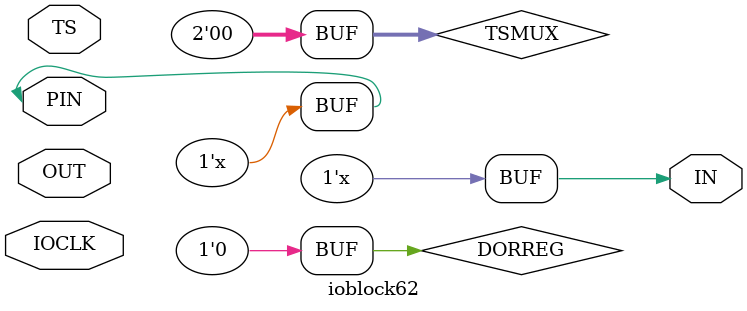
<source format=v>
module ioblock62(
	       inout  PIN,
	       input  TS,
	       input  OUT,
	       output IN,
	       input IOCLK
	       );
   
   reg 		     D;
   reg [2-1:0] 	     TSMUX;
   reg 		     DORREG;

   assign PIN = ( TSMUX == 2'b00 ) ? 1'bz : (( TSMUX == 2'b01 && TS == 1'b1 ) ? OUT : (( TSMUX == 2'b01 && TS == 1'b0 ) ? 1'bz : OUT));
   assign IN  = ( DORREG == 1'b0 ) ? PIN  : D;
   
   initial
     begin
	D=1'b0;
	TSMUX=2'b00;
	DORREG=1'b0;
     end
   
   always @(posedge IOCLK) D=PIN;
   
endmodule       

</source>
